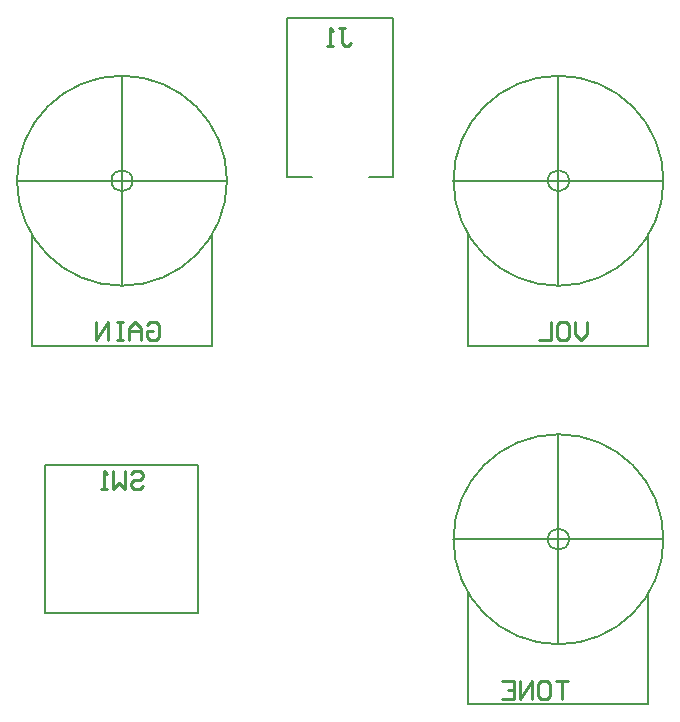
<source format=gbo>
G04*
G04 #@! TF.GenerationSoftware,Altium Limited,Altium Designer,19.0.12 (326)*
G04*
G04 Layer_Color=32896*
%FSLAX25Y25*%
%MOIN*%
G70*
G01*
G75*
%ADD11C,0.00500*%
%ADD12C,0.01000*%
%ADD14C,0.00800*%
D11*
X154000Y330937D02*
G03*
X189000Y295937I35000J0D01*
G01*
Y365937D02*
G03*
X154000Y330937I-0J-35000D01*
G01*
X189000Y365937D02*
G03*
X154000Y330937I-0J-35000D01*
G01*
Y330937D02*
G03*
X189000Y295937I35000J0D01*
G01*
D02*
G03*
X224000Y330937I0J35000D01*
G01*
Y330937D02*
G03*
X189000Y365937I-35000J0D01*
G01*
X224000Y330937D02*
G03*
X189000Y365937I-35000J0D01*
G01*
Y295937D02*
G03*
X224000Y330937I0J35000D01*
G01*
X192535D02*
G03*
X192535Y330937I-3535J0D01*
G01*
D02*
G03*
X192535Y330937I-3535J0D01*
G01*
X154000Y211437D02*
G03*
X189000Y176437I35000J0D01*
G01*
Y246437D02*
G03*
X154000Y211437I-0J-35000D01*
G01*
X189000Y246437D02*
G03*
X154000Y211437I-0J-35000D01*
G01*
Y211437D02*
G03*
X189000Y176437I35000J0D01*
G01*
D02*
G03*
X224000Y211437I0J35000D01*
G01*
Y211437D02*
G03*
X189000Y246437I-35000J0D01*
G01*
X224000Y211437D02*
G03*
X189000Y246437I-35000J0D01*
G01*
Y176437D02*
G03*
X224000Y211437I0J35000D01*
G01*
X192535D02*
G03*
X192535Y211437I-3535J0D01*
G01*
D02*
G03*
X192535Y211437I-3535J0D01*
G01*
X8500Y330937D02*
G03*
X43500Y295937I35000J0D01*
G01*
Y365937D02*
G03*
X8500Y330937I-0J-35000D01*
G01*
X43500Y365937D02*
G03*
X8500Y330937I-0J-35000D01*
G01*
Y330937D02*
G03*
X43500Y295937I35000J0D01*
G01*
D02*
G03*
X78500Y330937I0J35000D01*
G01*
Y330937D02*
G03*
X43500Y365937I-35000J0D01*
G01*
X78500Y330937D02*
G03*
X43500Y365937I-35000J0D01*
G01*
Y295937D02*
G03*
X78500Y330937I0J35000D01*
G01*
X47035D02*
G03*
X47035Y330937I-3535J0D01*
G01*
D02*
G03*
X47035Y330937I-3535J0D01*
G01*
X154000D02*
X224000D01*
X154000D02*
X224000D01*
X159000Y276000D02*
X219000D01*
X159000D02*
X219000D01*
X189000Y295937D02*
Y365937D01*
Y295937D02*
Y365937D01*
X159000Y276000D02*
Y313437D01*
Y276000D02*
Y313437D01*
X219000Y276000D02*
Y313437D01*
Y276000D02*
Y313437D01*
X154000Y211437D02*
X224000D01*
X154000D02*
X224000D01*
X159000Y156500D02*
X219000D01*
X159000D02*
X219000D01*
X189000Y176437D02*
Y246437D01*
Y176437D02*
Y246437D01*
X159000Y156500D02*
Y193937D01*
Y156500D02*
Y193937D01*
X219000Y156500D02*
Y193937D01*
Y156500D02*
Y193937D01*
X8500Y330937D02*
X78500D01*
X8500D02*
X78500D01*
X13500Y276000D02*
X73500D01*
X13500D02*
X73500D01*
X43500Y295937D02*
Y365937D01*
Y295937D02*
Y365937D01*
X13500Y276000D02*
Y313437D01*
Y276000D02*
Y313437D01*
X73500Y276000D02*
Y313437D01*
Y276000D02*
Y313437D01*
X17752Y236190D02*
X68683D01*
X17752Y186977D02*
Y236190D01*
X68683Y186977D02*
Y236190D01*
X17752Y186977D02*
X68683D01*
D12*
X192200Y164098D02*
X188201D01*
X190201D01*
Y158100D01*
X183203Y164098D02*
X185202D01*
X186202Y163098D01*
Y159100D01*
X185202Y158100D01*
X183203D01*
X182203Y159100D01*
Y163098D01*
X183203Y164098D01*
X180204Y158100D02*
Y164098D01*
X176205Y158100D01*
Y164098D01*
X170207D02*
X174206D01*
Y158100D01*
X170207D01*
X174206Y161099D02*
X172206D01*
X115951Y381998D02*
X117951D01*
X116951D01*
Y377000D01*
X117951Y376000D01*
X118950D01*
X119950Y377000D01*
X113952Y376000D02*
X111953D01*
X112952D01*
Y381998D01*
X113952Y380998D01*
X198500Y283998D02*
Y279999D01*
X196501Y278000D01*
X194501Y279999D01*
Y283998D01*
X189503D02*
X191502D01*
X192502Y282998D01*
Y279000D01*
X191502Y278000D01*
X189503D01*
X188503Y279000D01*
Y282998D01*
X189503Y283998D01*
X186504D02*
Y278000D01*
X182505D01*
X46501Y233198D02*
X47501Y234198D01*
X49500D01*
X50500Y233198D01*
Y232199D01*
X49500Y231199D01*
X47501D01*
X46501Y230199D01*
Y229200D01*
X47501Y228200D01*
X49500D01*
X50500Y229200D01*
X44502Y234198D02*
Y228200D01*
X42503Y230199D01*
X40503Y228200D01*
Y234198D01*
X38504Y228200D02*
X36505D01*
X37504D01*
Y234198D01*
X38504Y233198D01*
X52001Y282998D02*
X53001Y283998D01*
X55000D01*
X56000Y282998D01*
Y279000D01*
X55000Y278000D01*
X53001D01*
X52001Y279000D01*
Y280999D01*
X54001D01*
X50002Y278000D02*
Y281999D01*
X48003Y283998D01*
X46003Y281999D01*
Y278000D01*
Y280999D01*
X50002D01*
X44004Y283998D02*
X42004D01*
X43004D01*
Y278000D01*
X44004D01*
X42004D01*
X39006D02*
Y283998D01*
X35007Y278000D01*
Y283998D01*
D14*
X98533Y332278D02*
X106801D01*
X125699D02*
X133967D01*
Y335034D01*
X133950Y335015D02*
Y354390D01*
X98533Y332278D02*
Y385215D01*
X133967Y353538D02*
Y385215D01*
X98533D02*
X133967D01*
M02*

</source>
